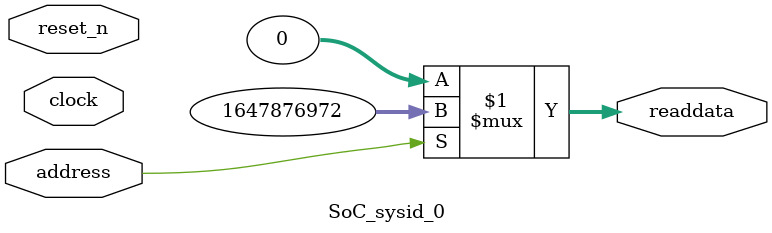
<source format=v>

`timescale 1ns / 1ps
// synthesis translate_on

// turn off superfluous verilog processor warnings 
// altera message_level Level1 
// altera message_off 10034 10035 10036 10037 10230 10240 10030 

module SoC_sysid_0 (
               // inputs:
                address,
                clock,
                reset_n,

               // outputs:
                readdata
             )
;

  output  [ 31: 0] readdata;
  input            address;
  input            clock;
  input            reset_n;

  wire    [ 31: 0] readdata;
  //control_slave, which is an e_avalon_slave
  assign readdata = address ? 1647876972 : 0;

endmodule




</source>
